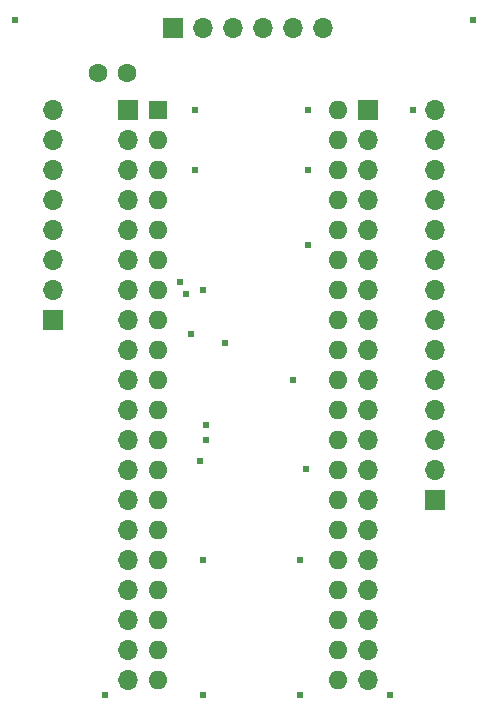
<source format=gts>
G04 #@! TF.GenerationSoftware,KiCad,Pcbnew,(6.0.8-1)-1*
G04 #@! TF.CreationDate,2022-10-28T20:48:16+09:00*
G04 #@! TF.ProjectId,MEZZ8,4d455a5a-382e-46b6-9963-61645f706362,A*
G04 #@! TF.SameCoordinates,PX5f5e100PY8f0d180*
G04 #@! TF.FileFunction,Soldermask,Top*
G04 #@! TF.FilePolarity,Negative*
%FSLAX46Y46*%
G04 Gerber Fmt 4.6, Leading zero omitted, Abs format (unit mm)*
G04 Created by KiCad (PCBNEW (6.0.8-1)-1) date 2022-10-28 20:48:16*
%MOMM*%
%LPD*%
G01*
G04 APERTURE LIST*
%ADD10R,1.700000X1.700000*%
%ADD11O,1.700000X1.700000*%
%ADD12C,1.600000*%
%ADD13R,1.600000X1.600000*%
%ADD14O,1.600000X1.600000*%
%ADD15C,0.605000*%
G04 APERTURE END LIST*
D10*
X37470000Y18415000D03*
D11*
X37470000Y20955000D03*
X37470000Y23495000D03*
X37470000Y26035000D03*
X37470000Y28575000D03*
X37470000Y31115000D03*
X37470000Y33655000D03*
X37470000Y36195000D03*
X37470000Y38735000D03*
X37470000Y41275000D03*
X37470000Y43815000D03*
X37470000Y46355000D03*
X37470000Y48895000D03*
X37470000Y51435000D03*
D10*
X15240000Y58425000D03*
D11*
X17780000Y58425000D03*
X20320000Y58425000D03*
X22860000Y58425000D03*
X25400000Y58425000D03*
X27940000Y58425000D03*
D12*
X11410000Y54610000D03*
X8910000Y54610000D03*
D13*
X13970000Y51435000D03*
D14*
X13970000Y48895000D03*
X13970000Y46355000D03*
X13970000Y43815000D03*
X13970000Y41275000D03*
X13970000Y38735000D03*
X13970000Y36195000D03*
X13970000Y33655000D03*
X13970000Y31115000D03*
X13970000Y28575000D03*
X13970000Y26035000D03*
X13970000Y23495000D03*
X13970000Y20955000D03*
X13970000Y18415000D03*
X13970000Y15875000D03*
X13970000Y13335000D03*
X13970000Y10795000D03*
X13970000Y8255000D03*
X13970000Y5715000D03*
X13970000Y3175000D03*
X29210000Y3175000D03*
X29210000Y5715000D03*
X29210000Y8255000D03*
X29210000Y10795000D03*
X29210000Y13335000D03*
X29210000Y15875000D03*
X29210000Y18415000D03*
X29210000Y20955000D03*
X29210000Y23495000D03*
X29210000Y26035000D03*
X29210000Y28575000D03*
X29210000Y31115000D03*
X29210000Y33655000D03*
X29210000Y36195000D03*
X29210000Y38735000D03*
X29210000Y41275000D03*
X29210000Y43815000D03*
X29210000Y46355000D03*
X29210000Y48895000D03*
X29210000Y51435000D03*
D11*
X5085000Y51435000D03*
X5085000Y48895000D03*
X5085000Y46355000D03*
X5085000Y43815000D03*
X5085000Y41275000D03*
X5085000Y38735000D03*
X5085000Y36195000D03*
D10*
X5085000Y33655000D03*
X11435000Y51435000D03*
D11*
X11435000Y48895000D03*
X11435000Y46355000D03*
X11435000Y43815000D03*
X11435000Y41275000D03*
X11435000Y38735000D03*
X11435000Y36195000D03*
X11435000Y33655000D03*
X11435000Y31115000D03*
X11435000Y28575000D03*
X11435000Y26035000D03*
X11435000Y23495000D03*
X11435000Y20955000D03*
X11435000Y18415000D03*
X11435000Y15875000D03*
X11435000Y13335000D03*
X11435000Y10795000D03*
X11435000Y8255000D03*
X11435000Y5715000D03*
X11435000Y3175000D03*
D10*
X31755000Y51435000D03*
D11*
X31755000Y48895000D03*
X31755000Y46355000D03*
X31755000Y43815000D03*
X31755000Y41275000D03*
X31755000Y38735000D03*
X31755000Y36195000D03*
X31755000Y33655000D03*
X31755000Y31115000D03*
X31755000Y28575000D03*
X31755000Y26035000D03*
X31755000Y23495000D03*
X31755000Y20955000D03*
X31755000Y18415000D03*
X31755000Y15875000D03*
X31755000Y13335000D03*
X31755000Y10795000D03*
X31755000Y8255000D03*
X31755000Y5715000D03*
X31755000Y3175000D03*
D15*
X19685000Y31750000D03*
X35560000Y51435000D03*
X17780000Y1905000D03*
X17780000Y13335000D03*
X26035000Y1905000D03*
X26035000Y13335000D03*
X9525000Y1905000D03*
X33655000Y1905000D03*
X40640000Y59055000D03*
X1905000Y59055000D03*
X25400000Y28575000D03*
X26670000Y40005000D03*
X17780000Y36195000D03*
X17145000Y46355000D03*
X26670000Y46355000D03*
X26670000Y51435000D03*
X17145000Y51435000D03*
X26499400Y21045600D03*
X18046200Y24765000D03*
X18046200Y23495000D03*
X17515600Y21775300D03*
X16829600Y32528100D03*
X16326500Y35873600D03*
X15864700Y36896400D03*
M02*

</source>
